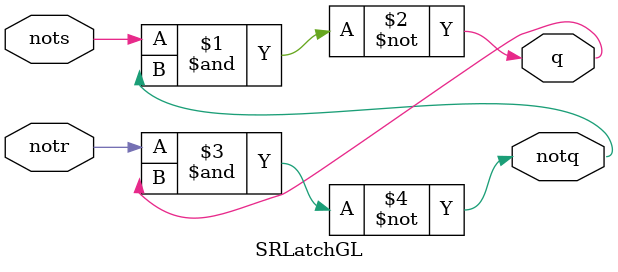
<source format=v>
module SRLatchGL(nots,notr,q,notq);

input nots, notr;
output q, notq;

nand(q, nots, notq);
nand(notq, notr, q);

endmodule
</source>
